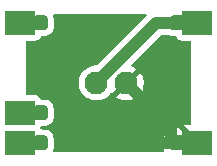
<source format=gtl>
G04 #@! TF.GenerationSoftware,KiCad,Pcbnew,9.0.1+1*
G04 #@! TF.CreationDate,2025-11-10T08:53:21+00:00*
G04 #@! TF.ProjectId,battery-connector,62617474-6572-4792-9d63-6f6e6e656374,rev?*
G04 #@! TF.SameCoordinates,Original*
G04 #@! TF.FileFunction,Copper,L1,Top*
G04 #@! TF.FilePolarity,Positive*
%FSLAX46Y46*%
G04 Gerber Fmt 4.6, Leading zero omitted, Abs format (unit mm)*
G04 Created by KiCad (PCBNEW 9.0.1+1) date 2025-11-10 08:53:21*
%MOMM*%
%LPD*%
G01*
G04 APERTURE LIST*
G04 #@! TA.AperFunction,ComponentPad*
%ADD10C,1.950000*%
G04 #@! TD*
G04 #@! TA.AperFunction,CastellatedPad*
%ADD11R,2.540000X2.000000*%
G04 #@! TD*
G04 #@! TA.AperFunction,Conductor*
%ADD12C,1.000000*%
G04 #@! TD*
G04 APERTURE END LIST*
D10*
X66762000Y-61580000D03*
X69302000Y-61580000D03*
D11*
X75312000Y-56500000D03*
G04 #@! TA.AperFunction,ComponentPad*
G36*
G01*
X72987000Y-56875000D02*
X72987000Y-56125000D01*
G75*
G02*
X73237000Y-55875000I250000J0D01*
G01*
X73987000Y-55875000D01*
G75*
G02*
X74237000Y-56125000I0J-250000D01*
G01*
X74237000Y-56875000D01*
G75*
G02*
X73987000Y-57125000I-250000J0D01*
G01*
X73237000Y-57125000D01*
G75*
G02*
X72987000Y-56875000I0J250000D01*
G01*
G37*
G04 #@! TD.AperFunction*
X75312000Y-66660000D03*
G04 #@! TA.AperFunction,ComponentPad*
G36*
G01*
X72987000Y-67035000D02*
X72987000Y-66285000D01*
G75*
G02*
X73237000Y-66035000I250000J0D01*
G01*
X73987000Y-66035000D01*
G75*
G02*
X74237000Y-66285000I0J-250000D01*
G01*
X74237000Y-67035000D01*
G75*
G02*
X73987000Y-67285000I-250000J0D01*
G01*
X73237000Y-67285000D01*
G75*
G02*
X72987000Y-67035000I0J250000D01*
G01*
G37*
G04 #@! TD.AperFunction*
G04 #@! TA.AperFunction,ComponentPad*
G36*
G01*
X61387000Y-56875000D02*
X61387000Y-56125000D01*
G75*
G02*
X61637000Y-55875000I250000J0D01*
G01*
X62387000Y-55875000D01*
G75*
G02*
X62637000Y-56125000I0J-250000D01*
G01*
X62637000Y-56875000D01*
G75*
G02*
X62387000Y-57125000I-250000J0D01*
G01*
X61637000Y-57125000D01*
G75*
G02*
X61387000Y-56875000I0J250000D01*
G01*
G37*
G04 #@! TD.AperFunction*
X60312000Y-56500000D03*
G04 #@! TA.AperFunction,ComponentPad*
G36*
G01*
X61387000Y-64495000D02*
X61387000Y-63745000D01*
G75*
G02*
X61637000Y-63495000I250000J0D01*
G01*
X62387000Y-63495000D01*
G75*
G02*
X62637000Y-63745000I0J-250000D01*
G01*
X62637000Y-64495000D01*
G75*
G02*
X62387000Y-64745000I-250000J0D01*
G01*
X61637000Y-64745000D01*
G75*
G02*
X61387000Y-64495000I0J250000D01*
G01*
G37*
G04 #@! TD.AperFunction*
X60312000Y-64120000D03*
G04 #@! TA.AperFunction,ComponentPad*
G36*
G01*
X61387000Y-67035000D02*
X61387000Y-66285000D01*
G75*
G02*
X61637000Y-66035000I250000J0D01*
G01*
X62387000Y-66035000D01*
G75*
G02*
X62637000Y-66285000I0J-250000D01*
G01*
X62637000Y-67035000D01*
G75*
G02*
X62387000Y-67285000I-250000J0D01*
G01*
X61637000Y-67285000D01*
G75*
G02*
X61387000Y-67035000I0J250000D01*
G01*
G37*
G04 #@! TD.AperFunction*
X60312000Y-66660000D03*
D12*
X73112000Y-56500000D02*
X71842000Y-56500000D01*
X71842000Y-56500000D02*
X66762000Y-61580000D01*
X73112000Y-66660000D02*
X73112000Y-65390000D01*
X73112000Y-65390000D02*
X69302000Y-61580000D01*
X73112000Y-66660000D02*
X71080000Y-66660000D01*
G04 #@! TA.AperFunction,Conductor*
G36*
X70964256Y-55750185D02*
G01*
X71010011Y-55802989D01*
X71019955Y-55872147D01*
X70990930Y-55935703D01*
X70984898Y-55942181D01*
X66858899Y-60068181D01*
X66797576Y-60101666D01*
X66771218Y-60104500D01*
X66645871Y-60104500D01*
X66416485Y-60140831D01*
X66195599Y-60212601D01*
X65988668Y-60318039D01*
X65800773Y-60454553D01*
X65636553Y-60618773D01*
X65500039Y-60806668D01*
X65394601Y-61013599D01*
X65322831Y-61234485D01*
X65286500Y-61463870D01*
X65286500Y-61696129D01*
X65322831Y-61925514D01*
X65394601Y-62146400D01*
X65499907Y-62353071D01*
X65500039Y-62353331D01*
X65636551Y-62541224D01*
X65800776Y-62705449D01*
X65988669Y-62841961D01*
X66058740Y-62877664D01*
X66195599Y-62947398D01*
X66195601Y-62947398D01*
X66195604Y-62947400D01*
X66416486Y-63019169D01*
X66534668Y-63037886D01*
X66645871Y-63055500D01*
X66645876Y-63055500D01*
X66878129Y-63055500D01*
X66979502Y-63039443D01*
X67107514Y-63019169D01*
X67328396Y-62947400D01*
X67535331Y-62841961D01*
X67723224Y-62705449D01*
X67887449Y-62541224D01*
X67933588Y-62477718D01*
X67988915Y-62435055D01*
X68043634Y-62426988D01*
X68097238Y-62431207D01*
X68700958Y-61827487D01*
X68725978Y-61887890D01*
X68797112Y-61994351D01*
X68887649Y-62084888D01*
X68994110Y-62156022D01*
X69054510Y-62181041D01*
X68450791Y-62784759D01*
X68450791Y-62784760D01*
X68528935Y-62841534D01*
X68735794Y-62946934D01*
X68956606Y-63018681D01*
X69185910Y-63055000D01*
X69418090Y-63055000D01*
X69647393Y-63018681D01*
X69868205Y-62946934D01*
X70075071Y-62841530D01*
X70153207Y-62784762D01*
X70153208Y-62784760D01*
X69549488Y-62181041D01*
X69609890Y-62156022D01*
X69716351Y-62084888D01*
X69806888Y-61994351D01*
X69878022Y-61887890D01*
X69903041Y-61827489D01*
X70506760Y-62431208D01*
X70506762Y-62431207D01*
X70563530Y-62353071D01*
X70668934Y-62146205D01*
X70740681Y-61925393D01*
X70777000Y-61696090D01*
X70777000Y-61463909D01*
X70740681Y-61234606D01*
X70668934Y-61013794D01*
X70563534Y-60806935D01*
X70506760Y-60728791D01*
X70506759Y-60728791D01*
X69903041Y-61332510D01*
X69878022Y-61272110D01*
X69806888Y-61165649D01*
X69716351Y-61075112D01*
X69609890Y-61003978D01*
X69549487Y-60978958D01*
X70153207Y-60375238D01*
X70075064Y-60318465D01*
X69868205Y-60213065D01*
X69815842Y-60196051D01*
X69758166Y-60156613D01*
X69730968Y-60092255D01*
X69742883Y-60023408D01*
X69766473Y-59990446D01*
X72220101Y-57536819D01*
X72281424Y-57503334D01*
X72307782Y-57500500D01*
X72786336Y-57500500D01*
X72851432Y-57518961D01*
X72917659Y-57559810D01*
X72917660Y-57559810D01*
X72917666Y-57559814D01*
X73084203Y-57614999D01*
X73186991Y-57625500D01*
X73468533Y-57625499D01*
X73535572Y-57645183D01*
X73581327Y-57697987D01*
X73584714Y-57706164D01*
X73598204Y-57742332D01*
X73598205Y-57742334D01*
X73684452Y-57857544D01*
X73684455Y-57857547D01*
X73799664Y-57943793D01*
X73799671Y-57943797D01*
X73934517Y-57994091D01*
X73934516Y-57994091D01*
X73941444Y-57994835D01*
X73994127Y-58000500D01*
X74687500Y-58000499D01*
X74754539Y-58020183D01*
X74800294Y-58072987D01*
X74811500Y-58124499D01*
X74811500Y-65036000D01*
X74791815Y-65103039D01*
X74739011Y-65148794D01*
X74687500Y-65160000D01*
X74165551Y-65160000D01*
X74775181Y-65769629D01*
X74808666Y-65830952D01*
X74811500Y-65857310D01*
X74811500Y-65951966D01*
X74706742Y-65995359D01*
X74583903Y-66077437D01*
X74479894Y-66181445D01*
X73649041Y-65350592D01*
X73598647Y-65417910D01*
X73585061Y-65454335D01*
X73543189Y-65510268D01*
X73477724Y-65534684D01*
X73468880Y-65535000D01*
X73187029Y-65535000D01*
X73187012Y-65535001D01*
X73084302Y-65545494D01*
X72917878Y-65600642D01*
X72917873Y-65600644D01*
X72910651Y-65605098D01*
X72910650Y-65605099D01*
X73590551Y-66285000D01*
X73562630Y-66285000D01*
X73467255Y-66310556D01*
X73381745Y-66359925D01*
X73311925Y-66429745D01*
X73262556Y-66515255D01*
X73237000Y-66610630D01*
X73237000Y-66638551D01*
X72557099Y-65958650D01*
X72557098Y-65958651D01*
X72552644Y-65965873D01*
X72552642Y-65965877D01*
X72497494Y-66132302D01*
X72497493Y-66132309D01*
X72487000Y-66235013D01*
X72487000Y-67084971D01*
X72487001Y-67084987D01*
X72497493Y-67187695D01*
X72523606Y-67266495D01*
X72526008Y-67336324D01*
X72490277Y-67396366D01*
X72427756Y-67427559D01*
X72405900Y-67429500D01*
X63218626Y-67429500D01*
X63151587Y-67409815D01*
X63105832Y-67357011D01*
X63095888Y-67287853D01*
X63100918Y-67266503D01*
X63126999Y-67187797D01*
X63137500Y-67085009D01*
X63137499Y-66234992D01*
X63126999Y-66132203D01*
X63071814Y-65965666D01*
X62979712Y-65816344D01*
X62855656Y-65692288D01*
X62725694Y-65612127D01*
X62706336Y-65600187D01*
X62706331Y-65600185D01*
X62704862Y-65599698D01*
X62539797Y-65545001D01*
X62539795Y-65545000D01*
X62437016Y-65534500D01*
X62437009Y-65534500D01*
X62155466Y-65534500D01*
X62134220Y-65528261D01*
X62112132Y-65526682D01*
X62101348Y-65518609D01*
X62088427Y-65514815D01*
X62073927Y-65498081D01*
X62056199Y-65484810D01*
X62045585Y-65465373D01*
X62042672Y-65462011D01*
X62039284Y-65453833D01*
X62031638Y-65433333D01*
X62026654Y-65363641D01*
X62031639Y-65346664D01*
X62039286Y-65326163D01*
X62081159Y-65270230D01*
X62146624Y-65245815D01*
X62155467Y-65245499D01*
X62437002Y-65245499D01*
X62437008Y-65245499D01*
X62539797Y-65234999D01*
X62706334Y-65179814D01*
X62855656Y-65087712D01*
X62979712Y-64963656D01*
X63071814Y-64814334D01*
X63126999Y-64647797D01*
X63137500Y-64545009D01*
X63137499Y-63694992D01*
X63126999Y-63592203D01*
X63071814Y-63425666D01*
X62979712Y-63276344D01*
X62855656Y-63152288D01*
X62706334Y-63060186D01*
X62539797Y-63005001D01*
X62539795Y-63005000D01*
X62437016Y-62994500D01*
X62437009Y-62994500D01*
X62155467Y-62994500D01*
X62088428Y-62974815D01*
X62042673Y-62922011D01*
X62039285Y-62913834D01*
X62025796Y-62877669D01*
X62025793Y-62877664D01*
X61939547Y-62762455D01*
X61939544Y-62762452D01*
X61824335Y-62676206D01*
X61824328Y-62676202D01*
X61689482Y-62625908D01*
X61689483Y-62625908D01*
X61629883Y-62619501D01*
X61629881Y-62619500D01*
X61629873Y-62619500D01*
X61629865Y-62619500D01*
X60936500Y-62619500D01*
X60869461Y-62599815D01*
X60823706Y-62547011D01*
X60812500Y-62495500D01*
X60812500Y-58124499D01*
X60832185Y-58057460D01*
X60884989Y-58011705D01*
X60936500Y-58000499D01*
X61629871Y-58000499D01*
X61629872Y-58000499D01*
X61689483Y-57994091D01*
X61824331Y-57943796D01*
X61939546Y-57857546D01*
X62025796Y-57742331D01*
X62039285Y-57706166D01*
X62081156Y-57650232D01*
X62146620Y-57625815D01*
X62155467Y-57625499D01*
X62437002Y-57625499D01*
X62437008Y-57625499D01*
X62539797Y-57614999D01*
X62706334Y-57559814D01*
X62855656Y-57467712D01*
X62979712Y-57343656D01*
X63071814Y-57194334D01*
X63126999Y-57027797D01*
X63137500Y-56925009D01*
X63137499Y-56074992D01*
X63126999Y-55972203D01*
X63100921Y-55893504D01*
X63098519Y-55823676D01*
X63134251Y-55763634D01*
X63196771Y-55732441D01*
X63218627Y-55730500D01*
X70897217Y-55730500D01*
X70964256Y-55750185D01*
G37*
G04 #@! TD.AperFunction*
M02*

</source>
